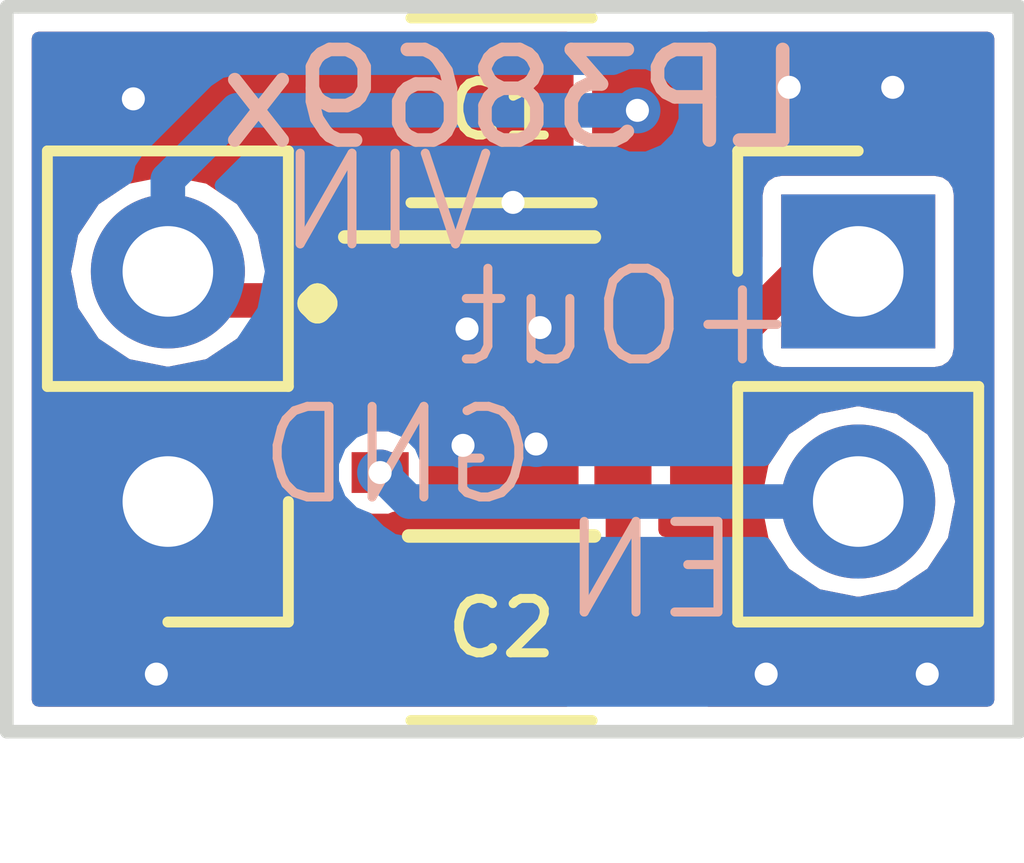
<source format=kicad_pcb>
(kicad_pcb (version 4) (host pcbnew 4.0.4-stable)

  (general
    (links 20)
    (no_connects 0)
    (area 142.926999 98.603999 154.253001 106.755001)
    (thickness 1.6)
    (drawings 10)
    (tracks 52)
    (zones 0)
    (modules 11)
    (nets 5)
  )

  (page A4)
  (layers
    (0 F.Cu signal)
    (31 B.Cu signal)
    (32 B.Adhes user hide)
    (33 F.Adhes user hide)
    (34 B.Paste user)
    (35 F.Paste user)
    (36 B.SilkS user)
    (37 F.SilkS user)
    (38 B.Mask user)
    (39 F.Mask user)
    (40 Dwgs.User user hide)
    (41 Cmts.User user hide)
    (42 Eco1.User user hide)
    (43 Eco2.User user hide)
    (44 Edge.Cuts user)
    (45 Margin user hide)
    (46 B.CrtYd user hide)
    (47 F.CrtYd user hide)
    (48 B.Fab user hide)
    (49 F.Fab user hide)
  )

  (setup
    (last_trace_width 0.381)
    (trace_clearance 0.1524)
    (zone_clearance 0.2)
    (zone_45_only yes)
    (trace_min 0.1524)
    (segment_width 0.2)
    (edge_width 0.15)
    (via_size 0.508)
    (via_drill 0.254)
    (via_min_size 0.508)
    (via_min_drill 0.254)
    (uvia_size 0.3)
    (uvia_drill 0.1)
    (uvias_allowed no)
    (uvia_min_size 0.2)
    (uvia_min_drill 0.1)
    (pcb_text_width 0.3)
    (pcb_text_size 1.5 1.5)
    (mod_edge_width 0.15)
    (mod_text_size 1 1)
    (mod_text_width 0.15)
    (pad_size 0.508 0.508)
    (pad_drill 0.254)
    (pad_to_mask_clearance 0.2)
    (aux_axis_origin 0 0)
    (visible_elements 7FFDFFFF)
    (pcbplotparams
      (layerselection 0x00030_80000001)
      (usegerberextensions false)
      (excludeedgelayer true)
      (linewidth 0.100000)
      (plotframeref false)
      (viasonmask false)
      (mode 1)
      (useauxorigin false)
      (hpglpennumber 1)
      (hpglpenspeed 20)
      (hpglpendiameter 15)
      (hpglpenoverlay 2)
      (psnegative false)
      (psa4output false)
      (plotreference true)
      (plotvalue true)
      (plotinvisibletext false)
      (padsonsilk false)
      (subtractmaskfromsilk false)
      (outputformat 1)
      (mirror false)
      (drillshape 1)
      (scaleselection 1)
      (outputdirectory ""))
  )

  (net 0 "")
  (net 1 /VIN)
  (net 2 /GND)
  (net 3 /+5V)
  (net 4 /Enable)

  (net_class Default "This is the default net class."
    (clearance 0.1524)
    (trace_width 0.381)
    (via_dia 0.508)
    (via_drill 0.254)
    (uvia_dia 0.3)
    (uvia_drill 0.1)
    (add_net /+5V)
    (add_net /Enable)
    (add_net /GND)
    (add_net /VIN)
  )

  (module "Custom Footprint:VIA-10mil" (layer F.Cu) (tedit 59361220) (tstamp 59360EFC)
    (at 153.162 106.045)
    (fp_text reference REF** (at 0 1.016) (layer F.SilkS) hide
      (effects (font (size 0.6 0.6) (thickness 0.1)))
    )
    (fp_text value "" (at 0 -1.016) (layer F.Fab) hide
      (effects (font (size 0.6 0.6) (thickness 0.1)))
    )
    (pad 1 thru_hole circle (at 0 0) (size 0.508 0.508) (drill 0.254) (layers *.Cu)
      (net 2 /GND))
  )

  (module "Custom Footprint:VIA-10mil" (layer F.Cu) (tedit 59361225) (tstamp 59360EF5)
    (at 151.384 106.045)
    (fp_text reference REF** (at 0 1.016) (layer F.SilkS) hide
      (effects (font (size 0.6 0.6) (thickness 0.1)))
    )
    (fp_text value "" (at 0 -1.016) (layer F.Fab) hide
      (effects (font (size 0.6 0.6) (thickness 0.1)))
    )
    (pad 1 thru_hole circle (at 0 0) (size 0.508 0.508) (drill 0.254) (layers *.Cu)
      (net 2 /GND))
  )

  (module "Custom Footprint:VIA-10mil" (layer F.Cu) (tedit 59361230) (tstamp 59360EDF)
    (at 144.399 99.695)
    (fp_text reference REF** (at 0 1.016) (layer F.SilkS) hide
      (effects (font (size 0.6 0.6) (thickness 0.1)))
    )
    (fp_text value "" (at 0 -1.016) (layer F.Fab) hide
      (effects (font (size 0.6 0.6) (thickness 0.1)))
    )
    (pad 1 thru_hole circle (at 0 0) (size 0.508 0.508) (drill 0.254) (layers *.Cu)
      (net 2 /GND))
  )

  (module "Custom Footprint:VIA-10mil" (layer F.Cu) (tedit 5936122B) (tstamp 59360ED5)
    (at 144.653 106.045)
    (fp_text reference REF** (at 0 1.016) (layer F.SilkS) hide
      (effects (font (size 0.6 0.6) (thickness 0.1)))
    )
    (fp_text value "" (at 0 -1.016) (layer F.Fab) hide
      (effects (font (size 0.6 0.6) (thickness 0.1)))
    )
    (pad 1 thru_hole circle (at 0 0) (size 0.508 0.508) (drill 0.254) (layers *.Cu)
      (net 2 /GND))
  )

  (module "Custom Footprint:VIA-10mil" (layer F.Cu) (tedit 59361235) (tstamp 59360EC7)
    (at 152.781 99.568)
    (fp_text reference REF** (at 0 1.016) (layer F.SilkS) hide
      (effects (font (size 0.6 0.6) (thickness 0.1)))
    )
    (fp_text value "" (at 0 -1.016) (layer F.Fab) hide
      (effects (font (size 0.6 0.6) (thickness 0.1)))
    )
    (pad 1 thru_hole circle (at 0 0) (size 0.508 0.508) (drill 0.254) (layers *.Cu)
      (net 2 /GND))
  )

  (module "Custom Footprint:VIA-10mil" (layer F.Cu) (tedit 59361239) (tstamp 59360EC0)
    (at 151.638 99.568)
    (fp_text reference REF** (at 0 1.016) (layer F.SilkS) hide
      (effects (font (size 0.6 0.6) (thickness 0.1)))
    )
    (fp_text value "" (at 0 -1.016) (layer F.Fab) hide
      (effects (font (size 0.6 0.6) (thickness 0.1)))
    )
    (pad 1 thru_hole circle (at 0 0) (size 0.508 0.508) (drill 0.254) (layers *.Cu)
      (net 2 /GND))
  )

  (module Socket_Strips:Socket_Strip_Straight_1x02_Pitch2.54mm (layer F.Cu) (tedit 59360843) (tstamp 59360730)
    (at 152.4 101.6)
    (descr "Through hole straight socket strip, 1x02, 2.54mm pitch, single row")
    (tags "Through hole socket strip THT 1x02 2.54mm single row")
    (path /5936066B)
    (fp_text reference "" (at 0 -2.33) (layer F.SilkS)
      (effects (font (size 1 1) (thickness 0.15)))
    )
    (fp_text value "" (at 0 4.87) (layer F.Fab)
      (effects (font (size 1 1) (thickness 0.15)))
    )
    (fp_line (start -1.27 -1.27) (end -1.27 3.81) (layer F.Fab) (width 0.1))
    (fp_line (start -1.27 3.81) (end 1.27 3.81) (layer F.Fab) (width 0.1))
    (fp_line (start 1.27 3.81) (end 1.27 -1.27) (layer F.Fab) (width 0.1))
    (fp_line (start 1.27 -1.27) (end -1.27 -1.27) (layer F.Fab) (width 0.1))
    (fp_line (start -1.33 1.27) (end -1.33 3.87) (layer F.SilkS) (width 0.12))
    (fp_line (start -1.33 3.87) (end 1.33 3.87) (layer F.SilkS) (width 0.12))
    (fp_line (start 1.33 3.87) (end 1.33 1.27) (layer F.SilkS) (width 0.12))
    (fp_line (start 1.33 1.27) (end -1.33 1.27) (layer F.SilkS) (width 0.12))
    (fp_line (start -1.33 0) (end -1.33 -1.33) (layer F.SilkS) (width 0.12))
    (fp_line (start -1.33 -1.33) (end 0 -1.33) (layer F.SilkS) (width 0.12))
    (fp_line (start -1.8 -1.8) (end -1.8 4.35) (layer F.CrtYd) (width 0.05))
    (fp_line (start -1.8 4.35) (end 1.8 4.35) (layer F.CrtYd) (width 0.05))
    (fp_line (start 1.8 4.35) (end 1.8 -1.8) (layer F.CrtYd) (width 0.05))
    (fp_line (start 1.8 -1.8) (end -1.8 -1.8) (layer F.CrtYd) (width 0.05))
    (fp_text user %R (at 0 -2.33) (layer F.Fab)
      (effects (font (size 1 1) (thickness 0.15)))
    )
    (pad 1 thru_hole rect (at 0 0) (size 1.7 1.7) (drill 1) (layers *.Cu *.Mask)
      (net 3 /+5V))
    (pad 2 thru_hole oval (at 0 2.54) (size 1.7 1.7) (drill 1) (layers *.Cu *.Mask)
      (net 4 /Enable))
    (model ${KISYS3DMOD}/Socket_Strips.3dshapes/Socket_Strip_Straight_1x02_Pitch2.54mm.wrl
      (at (xyz 0 -0.05 0))
      (scale (xyz 1 1 1))
      (rotate (xyz 0 0 270))
    )
  )

  (module Capacitors_SMD:C_1206 (layer F.Cu) (tedit 59360809) (tstamp 59360724)
    (at 148.463 99.822 180)
    (descr "Capacitor SMD 1206, reflow soldering, AVX (see smccp.pdf)")
    (tags "capacitor 1206")
    (path /5936060D)
    (attr smd)
    (fp_text reference C1 (at 0 0 180) (layer F.SilkS)
      (effects (font (size 0.6 0.6) (thickness 0.1)))
    )
    (fp_text value "" (at 0 0 180) (layer F.Fab)
      (effects (font (size 0.6 0.6) (thickness 0.1)))
    )
    (fp_text user %R (at 0 0 180) (layer F.Fab)
      (effects (font (size 1 1) (thickness 0.15)))
    )
    (fp_line (start -1.6 0.8) (end -1.6 -0.8) (layer F.Fab) (width 0.1))
    (fp_line (start 1.6 0.8) (end -1.6 0.8) (layer F.Fab) (width 0.1))
    (fp_line (start 1.6 -0.8) (end 1.6 0.8) (layer F.Fab) (width 0.1))
    (fp_line (start -1.6 -0.8) (end 1.6 -0.8) (layer F.Fab) (width 0.1))
    (fp_line (start 1 -1.02) (end -1 -1.02) (layer F.SilkS) (width 0.12))
    (fp_line (start -1 1.02) (end 1 1.02) (layer F.SilkS) (width 0.12))
    (fp_line (start -2.25 -1.05) (end 2.25 -1.05) (layer F.CrtYd) (width 0.05))
    (fp_line (start -2.25 -1.05) (end -2.25 1.05) (layer F.CrtYd) (width 0.05))
    (fp_line (start 2.25 1.05) (end 2.25 -1.05) (layer F.CrtYd) (width 0.05))
    (fp_line (start 2.25 1.05) (end -2.25 1.05) (layer F.CrtYd) (width 0.05))
    (pad 1 smd rect (at -1.5 0 180) (size 1 1.6) (layers F.Cu F.Paste F.Mask)
      (net 1 /VIN))
    (pad 2 smd rect (at 1.5 0 180) (size 1 1.6) (layers F.Cu F.Paste F.Mask)
      (net 2 /GND))
    (model Capacitors_SMD.3dshapes/C_1206.wrl
      (at (xyz 0 0 0))
      (scale (xyz 1 1 1))
      (rotate (xyz 0 0 0))
    )
  )

  (module Capacitors_SMD:C_1206 (layer F.Cu) (tedit 5936084F) (tstamp 5936072A)
    (at 148.463 105.537 180)
    (descr "Capacitor SMD 1206, reflow soldering, AVX (see smccp.pdf)")
    (tags "capacitor 1206")
    (path /5936059D)
    (attr smd)
    (fp_text reference C2 (at 0 0 180) (layer F.SilkS)
      (effects (font (size 0.6 0.6) (thickness 0.1)))
    )
    (fp_text value "" (at 0 2 180) (layer F.Fab)
      (effects (font (size 1 1) (thickness 0.15)))
    )
    (fp_text user %R (at 0 -1.75 180) (layer F.Fab)
      (effects (font (size 1 1) (thickness 0.15)))
    )
    (fp_line (start -1.6 0.8) (end -1.6 -0.8) (layer F.Fab) (width 0.1))
    (fp_line (start 1.6 0.8) (end -1.6 0.8) (layer F.Fab) (width 0.1))
    (fp_line (start 1.6 -0.8) (end 1.6 0.8) (layer F.Fab) (width 0.1))
    (fp_line (start -1.6 -0.8) (end 1.6 -0.8) (layer F.Fab) (width 0.1))
    (fp_line (start 1 -1.02) (end -1 -1.02) (layer F.SilkS) (width 0.12))
    (fp_line (start -1 1.02) (end 1 1.02) (layer F.SilkS) (width 0.12))
    (fp_line (start -2.25 -1.05) (end 2.25 -1.05) (layer F.CrtYd) (width 0.05))
    (fp_line (start -2.25 -1.05) (end -2.25 1.05) (layer F.CrtYd) (width 0.05))
    (fp_line (start 2.25 1.05) (end 2.25 -1.05) (layer F.CrtYd) (width 0.05))
    (fp_line (start 2.25 1.05) (end -2.25 1.05) (layer F.CrtYd) (width 0.05))
    (pad 1 smd rect (at -1.5 0 180) (size 1 1.6) (layers F.Cu F.Paste F.Mask)
      (net 3 /+5V))
    (pad 2 smd rect (at 1.5 0 180) (size 1 1.6) (layers F.Cu F.Paste F.Mask)
      (net 2 /GND))
    (model Capacitors_SMD.3dshapes/C_1206.wrl
      (at (xyz 0 0 0))
      (scale (xyz 1 1 1))
      (rotate (xyz 0 0 0))
    )
  )

  (module Housings_DFN_QFN:DFN-6-1EP_3x3mm_Pitch0.95mm (layer F.Cu) (tedit 59361243) (tstamp 5936073E)
    (at 148.463 102.87)
    (descr "DFN6 3*3 MM, 0.95 PITCH; CASE 506AH-01 (see ON Semiconductor 506AH.PDF)")
    (tags "DFN 0.95")
    (path /5936039A)
    (attr smd)
    (fp_text reference "" (at 0 -2.575) (layer F.SilkS)
      (effects (font (size 1 1) (thickness 0.15)))
    )
    (fp_text value LP3869x (at 0.127 -3.175 180) (layer B.SilkS)
      (effects (font (size 1 1) (thickness 0.15)) (justify mirror))
    )
    (fp_line (start -0.5 -1.5) (end 1.5 -1.5) (layer F.Fab) (width 0.15))
    (fp_line (start 1.5 -1.5) (end 1.5 1.5) (layer F.Fab) (width 0.15))
    (fp_line (start 1.5 1.5) (end -1.5 1.5) (layer F.Fab) (width 0.15))
    (fp_line (start -1.5 1.5) (end -1.5 -0.5) (layer F.Fab) (width 0.15))
    (fp_line (start -1.5 -0.5) (end -0.5 -1.5) (layer F.Fab) (width 0.15))
    (fp_line (start -1.9 -1.85) (end -1.9 1.85) (layer F.CrtYd) (width 0.05))
    (fp_line (start 1.9 -1.85) (end 1.9 1.85) (layer F.CrtYd) (width 0.05))
    (fp_line (start -1.9 -1.85) (end 1.9 -1.85) (layer F.CrtYd) (width 0.05))
    (fp_line (start -1.9 1.85) (end 1.9 1.85) (layer F.CrtYd) (width 0.05))
    (fp_line (start -1.025 1.65) (end 1.025 1.65) (layer F.SilkS) (width 0.15))
    (fp_line (start -1.73 -1.65) (end 1.025 -1.65) (layer F.SilkS) (width 0.15))
    (pad 1 smd rect (at -1.34 -0.95) (size 0.63 0.45) (layers F.Cu F.Paste F.Mask)
      (net 1 /VIN))
    (pad 2 smd rect (at -1.34 0) (size 0.63 0.45) (layers F.Cu F.Paste F.Mask)
      (net 2 /GND))
    (pad 3 smd rect (at -1.34 0.95) (size 0.63 0.45) (layers F.Cu F.Paste F.Mask)
      (net 4 /Enable))
    (pad 4 smd rect (at 1.34 0.95) (size 0.63 0.45) (layers F.Cu F.Paste F.Mask)
      (net 3 /+5V))
    (pad 5 smd rect (at 1.34 0) (size 0.63 0.45) (layers F.Cu F.Paste F.Mask)
      (net 3 /+5V))
    (pad 6 smd rect (at 1.34 -0.95) (size 0.63 0.45) (layers F.Cu F.Paste F.Mask)
      (net 1 /VIN))
    (pad 7 smd rect (at 0.425 0.65) (size 0.85 1.3) (layers F.Cu F.Paste F.Mask)
      (net 2 /GND) (solder_paste_margin_ratio -0.2))
    (pad 7 smd rect (at 0.425 -0.65) (size 0.85 1.3) (layers F.Cu F.Paste F.Mask)
      (net 2 /GND) (solder_paste_margin_ratio -0.2))
    (pad 7 smd rect (at -0.425 0.65) (size 0.85 1.3) (layers F.Cu F.Paste F.Mask)
      (net 2 /GND) (solder_paste_margin_ratio -0.2))
    (pad 7 smd rect (at -0.425 -0.65) (size 0.85 1.3) (layers F.Cu F.Paste F.Mask)
      (net 2 /GND) (solder_paste_margin_ratio -0.2))
    (model Housings_DFN_QFN.3dshapes/DFN-6-1EP_3x3mm_Pitch0.95mm.wrl
      (at (xyz 0 0 0))
      (scale (xyz 1 1 1))
      (rotate (xyz 0 0 0))
    )
  )

  (module Socket_Strips:Socket_Strip_Straight_1x02_Pitch2.54mm (layer F.Cu) (tedit 59360840) (tstamp 59360744)
    (at 144.78 104.14 180)
    (descr "Through hole straight socket strip, 1x02, 2.54mm pitch, single row")
    (tags "Through hole socket strip THT 1x02 2.54mm single row")
    (path /59360738)
    (fp_text reference "" (at 0 -2.33 180) (layer F.SilkS)
      (effects (font (size 1 1) (thickness 0.15)))
    )
    (fp_text value "" (at 0 4.87 180) (layer F.Fab)
      (effects (font (size 1 1) (thickness 0.15)))
    )
    (fp_line (start -1.27 -1.27) (end -1.27 3.81) (layer F.Fab) (width 0.1))
    (fp_line (start -1.27 3.81) (end 1.27 3.81) (layer F.Fab) (width 0.1))
    (fp_line (start 1.27 3.81) (end 1.27 -1.27) (layer F.Fab) (width 0.1))
    (fp_line (start 1.27 -1.27) (end -1.27 -1.27) (layer F.Fab) (width 0.1))
    (fp_line (start -1.33 1.27) (end -1.33 3.87) (layer F.SilkS) (width 0.12))
    (fp_line (start -1.33 3.87) (end 1.33 3.87) (layer F.SilkS) (width 0.12))
    (fp_line (start 1.33 3.87) (end 1.33 1.27) (layer F.SilkS) (width 0.12))
    (fp_line (start 1.33 1.27) (end -1.33 1.27) (layer F.SilkS) (width 0.12))
    (fp_line (start -1.33 0) (end -1.33 -1.33) (layer F.SilkS) (width 0.12))
    (fp_line (start -1.33 -1.33) (end 0 -1.33) (layer F.SilkS) (width 0.12))
    (fp_line (start -1.8 -1.8) (end -1.8 4.35) (layer F.CrtYd) (width 0.05))
    (fp_line (start -1.8 4.35) (end 1.8 4.35) (layer F.CrtYd) (width 0.05))
    (fp_line (start 1.8 4.35) (end 1.8 -1.8) (layer F.CrtYd) (width 0.05))
    (fp_line (start 1.8 -1.8) (end -1.8 -1.8) (layer F.CrtYd) (width 0.05))
    (fp_text user %R (at 0 -2.33 180) (layer F.Fab)
      (effects (font (size 1 1) (thickness 0.15)))
    )
    (pad 1 thru_hole rect (at 0 0 180) (size 1.7 1.7) (drill 1) (layers *.Cu *.Mask)
      (net 2 /GND))
    (pad 2 thru_hole oval (at 0 2.54 180) (size 1.7 1.7) (drill 1) (layers *.Cu *.Mask)
      (net 1 /VIN))
    (model ${KISYS3DMOD}/Socket_Strips.3dshapes/Socket_Strip_Straight_1x02_Pitch2.54mm.wrl
      (at (xyz 0 -0.05 0))
      (scale (xyz 1 1 1))
      (rotate (xyz 0 0 270))
    )
  )

  (gr_text EN (at 150.114 104.902) (layer B.SilkS)
    (effects (font (size 1 1) (thickness 0.1)) (justify mirror))
  )
  (gr_text +Out (at 149.86 102.108) (layer B.SilkS)
    (effects (font (size 1 1) (thickness 0.1)) (justify mirror))
  )
  (gr_text GND (at 147.32 103.632) (layer B.SilkS)
    (effects (font (size 1 1) (thickness 0.1)) (justify mirror))
  )
  (gr_text "VIN\n" (at 147.193 100.838) (layer B.SilkS)
    (effects (font (size 1 1) (thickness 0.1)) (justify mirror))
  )
  (gr_text . (at 146.431 101.346) (layer F.SilkS)
    (effects (font (size 1.5 1.5) (thickness 0.3)) (justify mirror))
  )
  (gr_line (start 143.002 98.679) (end 143.129 98.679) (angle 90) (layer Edge.Cuts) (width 0.15))
  (gr_line (start 143.002 106.68) (end 143.002 98.679) (angle 90) (layer Edge.Cuts) (width 0.15))
  (gr_line (start 154.178 106.68) (end 143.002 106.68) (angle 90) (layer Edge.Cuts) (width 0.15))
  (gr_line (start 154.178 98.679) (end 154.178 106.68) (angle 90) (layer Edge.Cuts) (width 0.15))
  (gr_line (start 143.129 98.679) (end 154.178 98.679) (angle 90) (layer Edge.Cuts) (width 0.15))

  (via (at 149.963 99.822) (size 0.508) (drill 0.254) (layers F.Cu B.Cu) (net 1))
  (segment (start 149.803 99.982) (end 149.963 99.822) (width 0.381) (layer F.Cu) (net 1) (tstamp 5936096C))
  (segment (start 144.78 100.584) (end 144.78 101.6) (width 0.381) (layer B.Cu) (net 1) (tstamp 59360978))
  (segment (start 145.542 99.822) (end 144.78 100.584) (width 0.381) (layer B.Cu) (net 1) (tstamp 59360975))
  (segment (start 149.963 99.822) (end 145.542 99.822) (width 0.381) (layer B.Cu) (net 1) (tstamp 59360974))
  (segment (start 149.803 101.92) (end 149.803 99.982) (width 0.381) (layer F.Cu) (net 1))
  (segment (start 147.123 101.92) (end 145.1 101.92) (width 0.381) (layer F.Cu) (net 1))
  (segment (start 145.1 101.92) (end 144.78 101.6) (width 0.381) (layer F.Cu) (net 1) (tstamp 59360967))
  (segment (start 148.082 102.108) (end 148.082 102.235) (width 0.381) (layer B.Cu) (net 2))
  (segment (start 148.082 102.235) (end 148.097 102.22) (width 0.381) (layer F.Cu) (net 2) (tstamp 59361007) (status C00000))
  (via (at 148.082 102.235) (size 0.508) (drill 0.254) (layers F.Cu B.Cu) (net 2) (status 800000))
  (segment (start 148.097 102.22) (end 148.888 102.22) (width 0.381) (layer F.Cu) (net 2) (tstamp 59361008) (status C00000))
  (via (at 148.888 102.22) (size 0.508) (drill 0.254) (layers F.Cu B.Cu) (net 2) (status C00000))
  (segment (start 148.888 102.22) (end 148.844 102.264) (width 0.381) (layer B.Cu) (net 2) (tstamp 5936100A) (status 400000))
  (segment (start 148.844 102.264) (end 148.844 103.505) (width 0.381) (layer B.Cu) (net 2) (tstamp 5936100B))
  (via (at 148.844 103.505) (size 0.508) (drill 0.254) (layers F.Cu B.Cu) (net 2) (status 800000))
  (segment (start 148.844 103.505) (end 148.829 103.52) (width 0.381) (layer F.Cu) (net 2) (tstamp 5936100E) (status C00000))
  (segment (start 148.829 103.52) (end 148.038 103.52) (width 0.381) (layer F.Cu) (net 2) (tstamp 5936100F) (status C00000))
  (via (at 148.038 103.52) (size 0.508) (drill 0.254) (layers F.Cu B.Cu) (net 2) (status C00000))
  (segment (start 148.038 103.52) (end 148.053 103.505) (width 0.381) (layer B.Cu) (net 2) (tstamp 59361011) (status 400000))
  (segment (start 148.053 103.505) (end 148.082 103.505) (width 0.381) (layer B.Cu) (net 2) (tstamp 59361012))
  (segment (start 144.653 106.045) (end 148.082 106.045) (width 0.381) (layer B.Cu) (net 2) (status 400000))
  (segment (start 148.082 106.045) (end 148.59 105.537) (width 0.381) (layer B.Cu) (net 2) (tstamp 59360FC0))
  (segment (start 144.653 106.045) (end 144.653 104.267) (width 0.381) (layer F.Cu) (net 2) (status C00000))
  (segment (start 144.653 104.267) (end 145.923 105.537) (width 0.381) (layer F.Cu) (net 2) (tstamp 59360FB0) (status 400000))
  (segment (start 145.923 105.537) (end 146.963 105.537) (width 0.381) (layer F.Cu) (net 2) (tstamp 59360FB2) (status 800000))
  (segment (start 151.638 99.568) (end 150.368 100.838) (width 0.381) (layer B.Cu) (net 2) (status 400000))
  (segment (start 147.574 99.822) (end 146.963 99.822) (width 0.381) (layer F.Cu) (net 2) (tstamp 59360F55) (status 800000))
  (segment (start 148.59 100.838) (end 147.574 99.822) (width 0.381) (layer F.Cu) (net 2) (tstamp 59360F54))
  (via (at 148.59 100.838) (size 0.508) (drill 0.254) (layers F.Cu B.Cu) (net 2))
  (segment (start 150.368 100.838) (end 148.59 100.838) (width 0.381) (layer B.Cu) (net 2) (tstamp 59360F4B))
  (segment (start 148.888 103.52) (end 148.888 103.612) (width 0.381) (layer F.Cu) (net 2))
  (segment (start 148.888 103.612) (end 146.963 105.537) (width 0.381) (layer F.Cu) (net 2) (tstamp 59360E8A))
  (segment (start 148.038 103.52) (end 148.038 104.462) (width 0.381) (layer F.Cu) (net 2))
  (segment (start 148.038 104.462) (end 146.963 105.537) (width 0.381) (layer F.Cu) (net 2) (tstamp 59360E87))
  (segment (start 148.888 102.22) (end 148.888 101.747) (width 0.381) (layer F.Cu) (net 2))
  (segment (start 148.888 101.747) (end 146.963 99.822) (width 0.381) (layer F.Cu) (net 2) (tstamp 59360E84))
  (segment (start 148.038 102.22) (end 148.038 100.897) (width 0.381) (layer F.Cu) (net 2))
  (segment (start 148.038 100.897) (end 146.963 99.822) (width 0.381) (layer F.Cu) (net 2) (tstamp 59360E7F))
  (segment (start 147.123 102.87) (end 147.388 102.87) (width 0.381) (layer F.Cu) (net 2))
  (segment (start 147.388 102.87) (end 148.038 103.52) (width 0.381) (layer F.Cu) (net 2) (tstamp 59360E7C))
  (segment (start 147.388 102.87) (end 148.038 102.22) (width 0.381) (layer F.Cu) (net 2) (tstamp 59360E79))
  (segment (start 146.963 105.537) (end 146.963 105.445) (width 0.381) (layer F.Cu) (net 2) (tstamp 593609DC))
  (segment (start 149.803 103.82) (end 149.803 105.377) (width 0.381) (layer F.Cu) (net 3))
  (segment (start 149.803 105.377) (end 149.963 105.537) (width 0.381) (layer F.Cu) (net 3) (tstamp 59360995))
  (segment (start 149.803 102.87) (end 149.803 103.82) (width 0.381) (layer F.Cu) (net 3))
  (segment (start 149.803 102.87) (end 150.495 102.87) (width 0.381) (layer F.Cu) (net 3))
  (segment (start 150.495 102.87) (end 151.765 101.6) (width 0.381) (layer F.Cu) (net 3) (tstamp 59360980))
  (segment (start 151.765 101.6) (end 152.4 101.6) (width 0.381) (layer F.Cu) (net 3) (tstamp 59360982))
  (via (at 147.123 103.82) (size 0.508) (drill 0.254) (layers F.Cu B.Cu) (net 4))
  (segment (start 152.4 104.14) (end 147.443 104.14) (width 0.381) (layer B.Cu) (net 4) (tstamp 59360989))
  (segment (start 147.443 104.14) (end 147.123 103.82) (width 0.381) (layer B.Cu) (net 4) (tstamp 59360988))

  (zone (net 0) (net_name "") (layer B.Cu) (tstamp 59360BFF) (hatch edge 0.508)
    (connect_pads yes (clearance 0.1524))
    (min_thickness 0.1524)
    (keepout (tracks allowed) (vias allowed) (copperpour not_allowed))
    (fill (arc_segments 16) (thermal_gap 0.508) (thermal_bridge_width 0.508))
    (polygon
      (pts
        (xy 144.145 103.505) (xy 145.415 103.505) (xy 145.415 104.775) (xy 144.145 104.775)
      )
    )
  )
  (zone (net 0) (net_name "") (layer F.Cu) (tstamp 59360C06) (hatch edge 0.508)
    (connect_pads yes (clearance 0.1524))
    (min_thickness 0.1524)
    (keepout (tracks allowed) (vias allowed) (copperpour not_allowed))
    (fill (arc_segments 16) (thermal_gap 0.508) (thermal_bridge_width 0.508))
    (polygon
      (pts
        (xy 145.415 104.775) (xy 144.145 104.775) (xy 144.145 103.505) (xy 145.415 103.505)
      )
    )
  )
  (zone (net 2) (net_name /GND) (layer B.Cu) (tstamp 59360E22) (hatch edge 0.508)
    (connect_pads yes (clearance 0.2))
    (min_thickness 0.1524)
    (fill yes (arc_segments 16) (thermal_gap 0.508) (thermal_bridge_width 0.508) (smoothing chamfer))
    (polygon
      (pts
        (xy 154.051 98.806) (xy 154.051 106.553) (xy 143.129 106.553) (xy 143.129 98.806)
      )
    )
    (filled_polygon
      (pts
        (xy 153.8268 106.3288) (xy 143.3532 106.3288) (xy 143.3532 103.505) (xy 144.0688 103.505) (xy 144.0688 104.775)
        (xy 144.074011 104.802695) (xy 144.090379 104.828132) (xy 144.115354 104.845197) (xy 144.145 104.8512) (xy 145.415 104.8512)
        (xy 145.442695 104.845989) (xy 145.468132 104.829621) (xy 145.485197 104.804646) (xy 145.4912 104.775) (xy 145.4912 103.925001)
        (xy 146.592708 103.925001) (xy 146.673256 104.119942) (xy 146.822274 104.269219) (xy 146.976067 104.33308) (xy 147.112991 104.470004)
        (xy 147.112993 104.470007) (xy 147.264402 104.571175) (xy 147.443 104.6067) (xy 151.361332 104.6067) (xy 151.581592 104.936344)
        (xy 151.946958 105.180473) (xy 152.377936 105.2662) (xy 152.422064 105.2662) (xy 152.853042 105.180473) (xy 153.218408 104.936344)
        (xy 153.462537 104.570978) (xy 153.548264 104.14) (xy 153.462537 103.709022) (xy 153.218408 103.343656) (xy 152.853042 103.099527)
        (xy 152.422064 103.0138) (xy 152.377936 103.0138) (xy 151.946958 103.099527) (xy 151.581592 103.343656) (xy 151.361332 103.6733)
        (xy 147.636313 103.6733) (xy 147.635886 103.672872) (xy 147.572744 103.520058) (xy 147.423726 103.370781) (xy 147.228926 103.289892)
        (xy 147.017999 103.289708) (xy 146.823058 103.370256) (xy 146.673781 103.519274) (xy 146.592892 103.714074) (xy 146.592708 103.925001)
        (xy 145.4912 103.925001) (xy 145.4912 103.505) (xy 145.485989 103.477305) (xy 145.469621 103.451868) (xy 145.444646 103.434803)
        (xy 145.415 103.4288) (xy 144.145 103.4288) (xy 144.117305 103.434011) (xy 144.091868 103.450379) (xy 144.074803 103.475354)
        (xy 144.0688 103.505) (xy 143.3532 103.505) (xy 143.3532 101.6) (xy 143.631736 101.6) (xy 143.717463 102.030978)
        (xy 143.961592 102.396344) (xy 144.326958 102.640473) (xy 144.757936 102.7262) (xy 144.802064 102.7262) (xy 145.233042 102.640473)
        (xy 145.598408 102.396344) (xy 145.842537 102.030978) (xy 145.928264 101.6) (xy 145.842537 101.169022) (xy 145.598408 100.803656)
        (xy 145.518106 100.75) (xy 151.268389 100.75) (xy 151.268389 102.45) (xy 151.287648 102.552354) (xy 151.348139 102.646359)
        (xy 151.440438 102.709424) (xy 151.55 102.731611) (xy 153.25 102.731611) (xy 153.352354 102.712352) (xy 153.446359 102.651861)
        (xy 153.509424 102.559562) (xy 153.531611 102.45) (xy 153.531611 100.75) (xy 153.512352 100.647646) (xy 153.451861 100.553641)
        (xy 153.359562 100.490576) (xy 153.25 100.468389) (xy 151.55 100.468389) (xy 151.447646 100.487648) (xy 151.353641 100.548139)
        (xy 151.290576 100.640438) (xy 151.268389 100.75) (xy 145.518106 100.75) (xy 145.371783 100.652231) (xy 145.735314 100.2887)
        (xy 149.704372 100.2887) (xy 149.857074 100.352108) (xy 150.068001 100.352292) (xy 150.262942 100.271744) (xy 150.412219 100.122726)
        (xy 150.493108 99.927926) (xy 150.493292 99.716999) (xy 150.412744 99.522058) (xy 150.263726 99.372781) (xy 150.068926 99.291892)
        (xy 149.857999 99.291708) (xy 149.704095 99.3553) (xy 145.542005 99.3553) (xy 145.542 99.355299) (xy 145.363401 99.390825)
        (xy 145.211993 99.491993) (xy 144.449993 100.253993) (xy 144.348825 100.405401) (xy 144.348825 100.405402) (xy 144.316821 100.566301)
        (xy 143.961592 100.803656) (xy 143.717463 101.169022) (xy 143.631736 101.6) (xy 143.3532 101.6) (xy 143.3532 99.0302)
        (xy 153.8268 99.0302)
      )
    )
  )
  (zone (net 2) (net_name /GND) (layer F.Cu) (tstamp 59360E22) (hatch edge 0.508)
    (connect_pads yes (clearance 0.2))
    (min_thickness 0.1524)
    (fill yes (arc_segments 16) (thermal_gap 0.508) (thermal_bridge_width 0.508) (smoothing chamfer))
    (polygon
      (pts
        (xy 154.051 98.806) (xy 154.051 106.553) (xy 143.129 106.553) (xy 143.129 98.806)
      )
    )
    (filled_polygon
      (pts
        (xy 149.181389 100.622) (xy 149.200648 100.724354) (xy 149.261139 100.818359) (xy 149.3363 100.869714) (xy 149.3363 101.464402)
        (xy 149.291641 101.493139) (xy 149.228576 101.585438) (xy 149.206389 101.695) (xy 149.206389 102.145) (xy 149.225648 102.247354)
        (xy 149.286139 102.341359) (xy 149.365521 102.395598) (xy 149.291641 102.443139) (xy 149.228576 102.535438) (xy 149.206389 102.645)
        (xy 149.206389 103.095) (xy 149.225648 103.197354) (xy 149.286139 103.291359) (xy 149.3363 103.325632) (xy 149.3363 103.364402)
        (xy 149.291641 103.393139) (xy 149.228576 103.485438) (xy 149.206389 103.595) (xy 149.206389 104.045) (xy 149.225648 104.147354)
        (xy 149.286139 104.241359) (xy 149.3363 104.275632) (xy 149.3363 104.490314) (xy 149.266641 104.535139) (xy 149.203576 104.627438)
        (xy 149.181389 104.737) (xy 149.181389 106.3288) (xy 143.3532 106.3288) (xy 143.3532 103.505) (xy 144.0688 103.505)
        (xy 144.0688 104.775) (xy 144.074011 104.802695) (xy 144.090379 104.828132) (xy 144.115354 104.845197) (xy 144.145 104.8512)
        (xy 145.415 104.8512) (xy 145.442695 104.845989) (xy 145.468132 104.829621) (xy 145.485197 104.804646) (xy 145.4912 104.775)
        (xy 145.4912 103.595) (xy 146.526389 103.595) (xy 146.526389 104.045) (xy 146.545648 104.147354) (xy 146.606139 104.241359)
        (xy 146.698438 104.304424) (xy 146.808 104.326611) (xy 146.960488 104.326611) (xy 147.017074 104.350108) (xy 147.228001 104.350292)
        (xy 147.285313 104.326611) (xy 147.438 104.326611) (xy 147.540354 104.307352) (xy 147.634359 104.246861) (xy 147.697424 104.154562)
        (xy 147.719611 104.045) (xy 147.719611 103.595) (xy 147.700352 103.492646) (xy 147.639861 103.398641) (xy 147.547562 103.335576)
        (xy 147.438 103.313389) (xy 147.285512 103.313389) (xy 147.228926 103.289892) (xy 147.017999 103.289708) (xy 146.960687 103.313389)
        (xy 146.808 103.313389) (xy 146.705646 103.332648) (xy 146.611641 103.393139) (xy 146.548576 103.485438) (xy 146.526389 103.595)
        (xy 145.4912 103.595) (xy 145.4912 103.505) (xy 145.485989 103.477305) (xy 145.469621 103.451868) (xy 145.444646 103.434803)
        (xy 145.415 103.4288) (xy 144.145 103.4288) (xy 144.117305 103.434011) (xy 144.091868 103.450379) (xy 144.074803 103.475354)
        (xy 144.0688 103.505) (xy 143.3532 103.505) (xy 143.3532 101.6) (xy 143.631736 101.6) (xy 143.717463 102.030978)
        (xy 143.961592 102.396344) (xy 144.326958 102.640473) (xy 144.757936 102.7262) (xy 144.802064 102.7262) (xy 145.233042 102.640473)
        (xy 145.598408 102.396344) (xy 145.604852 102.3867) (xy 146.672498 102.3867) (xy 146.698438 102.404424) (xy 146.808 102.426611)
        (xy 147.438 102.426611) (xy 147.540354 102.407352) (xy 147.634359 102.346861) (xy 147.697424 102.254562) (xy 147.719611 102.145)
        (xy 147.719611 101.695) (xy 147.700352 101.592646) (xy 147.639861 101.498641) (xy 147.547562 101.435576) (xy 147.438 101.413389)
        (xy 146.808 101.413389) (xy 146.705646 101.432648) (xy 146.673552 101.4533) (xy 145.899084 101.4533) (xy 145.842537 101.169022)
        (xy 145.598408 100.803656) (xy 145.233042 100.559527) (xy 144.802064 100.4738) (xy 144.757936 100.4738) (xy 144.326958 100.559527)
        (xy 143.961592 100.803656) (xy 143.717463 101.169022) (xy 143.631736 101.6) (xy 143.3532 101.6) (xy 143.3532 99.0302)
        (xy 149.181389 99.0302)
      )
    )
    (filled_polygon
      (pts
        (xy 153.8268 106.3288) (xy 150.744611 106.3288) (xy 150.744611 104.737) (xy 150.725352 104.634646) (xy 150.664861 104.540641)
        (xy 150.572562 104.477576) (xy 150.463 104.455389) (xy 150.2697 104.455389) (xy 150.2697 104.275598) (xy 150.314359 104.246861)
        (xy 150.377424 104.154562) (xy 150.380372 104.14) (xy 151.251736 104.14) (xy 151.337463 104.570978) (xy 151.581592 104.936344)
        (xy 151.946958 105.180473) (xy 152.377936 105.2662) (xy 152.422064 105.2662) (xy 152.853042 105.180473) (xy 153.218408 104.936344)
        (xy 153.462537 104.570978) (xy 153.548264 104.14) (xy 153.462537 103.709022) (xy 153.218408 103.343656) (xy 152.853042 103.099527)
        (xy 152.422064 103.0138) (xy 152.377936 103.0138) (xy 151.946958 103.099527) (xy 151.581592 103.343656) (xy 151.337463 103.709022)
        (xy 151.251736 104.14) (xy 150.380372 104.14) (xy 150.399611 104.045) (xy 150.399611 103.595) (xy 150.380352 103.492646)
        (xy 150.319861 103.398641) (xy 150.2697 103.364368) (xy 150.2697 103.3367) (xy 150.495 103.3367) (xy 150.673599 103.301175)
        (xy 150.825007 103.200007) (xy 151.366268 102.658746) (xy 151.440438 102.709424) (xy 151.55 102.731611) (xy 153.25 102.731611)
        (xy 153.352354 102.712352) (xy 153.446359 102.651861) (xy 153.509424 102.559562) (xy 153.531611 102.45) (xy 153.531611 100.75)
        (xy 153.512352 100.647646) (xy 153.451861 100.553641) (xy 153.359562 100.490576) (xy 153.25 100.468389) (xy 151.55 100.468389)
        (xy 151.447646 100.487648) (xy 151.353641 100.548139) (xy 151.290576 100.640438) (xy 151.268389 100.75) (xy 151.268389 101.436597)
        (xy 150.301686 102.4033) (xy 150.253502 102.4033) (xy 150.240479 102.394402) (xy 150.314359 102.346861) (xy 150.377424 102.254562)
        (xy 150.399611 102.145) (xy 150.399611 101.695) (xy 150.380352 101.592646) (xy 150.319861 101.498641) (xy 150.2697 101.464368)
        (xy 150.2697 100.903611) (xy 150.463 100.903611) (xy 150.565354 100.884352) (xy 150.659359 100.823861) (xy 150.722424 100.731562)
        (xy 150.744611 100.622) (xy 150.744611 99.0302) (xy 153.8268 99.0302)
      )
    )
  )
)

</source>
